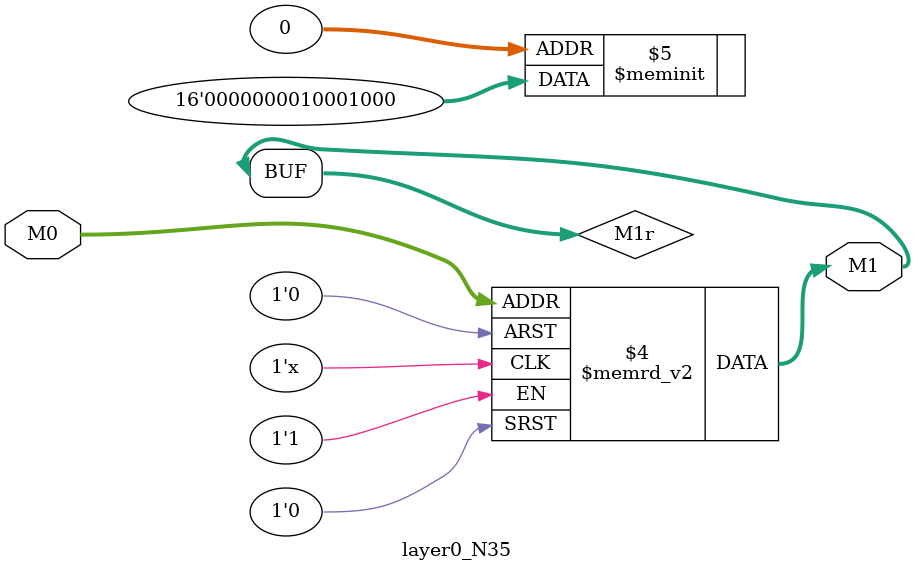
<source format=v>
module layer0_N35 ( input [2:0] M0, output [1:0] M1 );

	(*rom_style = "distributed" *) reg [1:0] M1r;
	assign M1 = M1r;
	always @ (M0) begin
		case (M0)
			3'b000: M1r = 2'b00;
			3'b100: M1r = 2'b00;
			3'b010: M1r = 2'b00;
			3'b110: M1r = 2'b00;
			3'b001: M1r = 2'b10;
			3'b101: M1r = 2'b00;
			3'b011: M1r = 2'b10;
			3'b111: M1r = 2'b00;

		endcase
	end
endmodule

</source>
